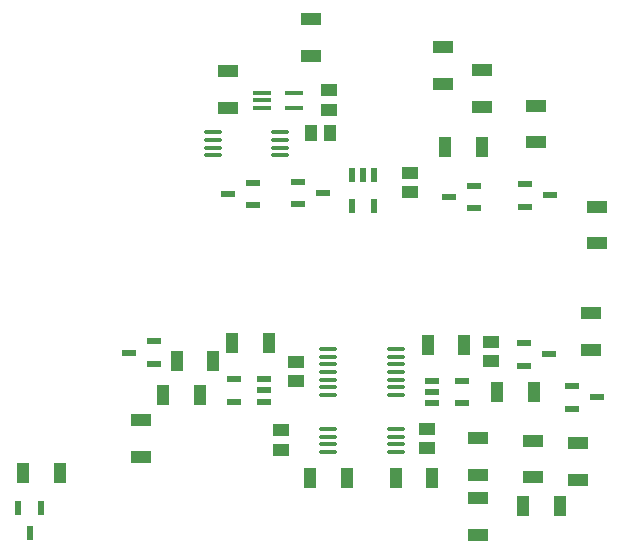
<source format=gbr>
%TF.GenerationSoftware,KiCad,Pcbnew,8.0.2*%
%TF.CreationDate,2024-09-03T17:09:07+02:00*%
%TF.ProjectId,AMS_IMD_Reset,414d535f-494d-4445-9f52-657365742e6b,rev?*%
%TF.SameCoordinates,Original*%
%TF.FileFunction,Paste,Top*%
%TF.FilePolarity,Positive*%
%FSLAX46Y46*%
G04 Gerber Fmt 4.6, Leading zero omitted, Abs format (unit mm)*
G04 Created by KiCad (PCBNEW 8.0.2) date 2024-09-03 17:09:07*
%MOMM*%
%LPD*%
G01*
G04 APERTURE LIST*
G04 Aperture macros list*
%AMRoundRect*
0 Rectangle with rounded corners*
0 $1 Rounding radius*
0 $2 $3 $4 $5 $6 $7 $8 $9 X,Y pos of 4 corners*
0 Add a 4 corners polygon primitive as box body*
4,1,4,$2,$3,$4,$5,$6,$7,$8,$9,$2,$3,0*
0 Add four circle primitives for the rounded corners*
1,1,$1+$1,$2,$3*
1,1,$1+$1,$4,$5*
1,1,$1+$1,$6,$7*
1,1,$1+$1,$8,$9*
0 Add four rect primitives between the rounded corners*
20,1,$1+$1,$2,$3,$4,$5,0*
20,1,$1+$1,$4,$5,$6,$7,0*
20,1,$1+$1,$6,$7,$8,$9,0*
20,1,$1+$1,$8,$9,$2,$3,0*%
G04 Aperture macros list end*
%ADD10R,1.800000X1.050000*%
%ADD11RoundRect,0.100000X-0.650000X-0.100000X0.650000X-0.100000X0.650000X0.100000X-0.650000X0.100000X0*%
%ADD12R,0.600000X1.300000*%
%ADD13RoundRect,0.100000X-0.637500X-0.100000X0.637500X-0.100000X0.637500X0.100000X-0.637500X0.100000X0*%
%ADD14R,1.050000X1.800000*%
%ADD15R,1.300000X0.600000*%
%ADD16R,1.470000X1.070000*%
%ADD17R,0.600000X1.150000*%
%ADD18R,1.150000X0.600000*%
%ADD19R,1.070000X1.470000*%
G04 APERTURE END LIST*
D10*
%TO.C,R18*%
X190017400Y-75057600D03*
X190017400Y-71957600D03*
%TD*%
%TO.C,R14*%
X201400000Y-108550000D03*
X201400000Y-105450000D03*
%TD*%
%TO.C,R9*%
X192963800Y-110108400D03*
X192963800Y-113208400D03*
%TD*%
D11*
%TO.C,U2*%
X174692000Y-75804000D03*
X174692000Y-76454000D03*
X174692000Y-77104000D03*
X177352000Y-77104000D03*
X177352000Y-75804000D03*
%TD*%
D12*
%TO.C,Q7*%
X155950000Y-110950000D03*
X154050000Y-110950000D03*
X155000000Y-113050000D03*
%TD*%
D13*
%TO.C,QU1*%
X180271500Y-97490400D03*
X180271500Y-98140400D03*
X180271500Y-98790400D03*
X180271500Y-99440400D03*
X180271500Y-100090400D03*
X180271500Y-100740400D03*
X180271500Y-101390400D03*
X185996500Y-101390400D03*
X185996500Y-100740400D03*
X185996500Y-100090400D03*
X185996500Y-99440400D03*
X185996500Y-98790400D03*
X185996500Y-98140400D03*
X185996500Y-97490400D03*
%TD*%
D14*
%TO.C,R7*%
X196800000Y-110800000D03*
X199900000Y-110800000D03*
%TD*%
D10*
%TO.C,R13*%
X164400000Y-103500000D03*
X164400000Y-106600000D03*
%TD*%
D15*
%TO.C,Q3*%
X196968400Y-83530400D03*
X196968400Y-85430400D03*
X199068400Y-84480400D03*
%TD*%
%TO.C,Q2*%
X177732000Y-83327200D03*
X177732000Y-85227200D03*
X179832000Y-84277200D03*
%TD*%
D14*
%TO.C,R2*%
X181839200Y-108432000D03*
X178739200Y-108432000D03*
%TD*%
D16*
%TO.C,C4*%
X194106800Y-96893800D03*
X194106800Y-98533800D03*
%TD*%
D14*
%TO.C,R6*%
X172135200Y-97002600D03*
X175235200Y-97002600D03*
%TD*%
D10*
%TO.C,R4*%
X171805600Y-73989600D03*
X171805600Y-77089600D03*
%TD*%
%TO.C,R15*%
X193294000Y-73862600D03*
X193294000Y-76962600D03*
%TD*%
D14*
%TO.C,R22*%
X170550000Y-98500000D03*
X167450000Y-98500000D03*
%TD*%
D16*
%TO.C,C8*%
X188671200Y-104259200D03*
X188671200Y-105899200D03*
%TD*%
%TO.C,C6*%
X176276000Y-104386800D03*
X176276000Y-106026800D03*
%TD*%
D10*
%TO.C,R21*%
X203000000Y-88550000D03*
X203000000Y-85450000D03*
%TD*%
D17*
%TO.C,G3*%
X184185600Y-82774000D03*
X183235600Y-82774000D03*
X182285600Y-82774000D03*
X182285600Y-85374000D03*
X184185600Y-85374000D03*
%TD*%
D15*
%TO.C,Q5*%
X165550000Y-98750000D03*
X165550000Y-96850000D03*
X163450000Y-97800000D03*
%TD*%
D10*
%TO.C,R10*%
X192963800Y-105053800D03*
X192963800Y-108153800D03*
%TD*%
D13*
%TO.C,DU2*%
X170517900Y-79136600D03*
X170517900Y-79786600D03*
X170517900Y-80436600D03*
X170517900Y-81086600D03*
X176242900Y-81086600D03*
X176242900Y-80436600D03*
X176242900Y-79786600D03*
X176242900Y-79136600D03*
%TD*%
D15*
%TO.C,Q6*%
X196883600Y-96992400D03*
X196883600Y-98892400D03*
X198983600Y-97942400D03*
%TD*%
%TO.C,Q1*%
X173922400Y-85328800D03*
X173922400Y-83428800D03*
X171822400Y-84378800D03*
%TD*%
D10*
%TO.C,R1*%
X178841400Y-72695400D03*
X178841400Y-69595400D03*
%TD*%
D16*
%TO.C,C7*%
X177546000Y-98595600D03*
X177546000Y-100235600D03*
%TD*%
D14*
%TO.C,R16*%
X193294600Y-80365600D03*
X190194600Y-80365600D03*
%TD*%
D18*
%TO.C,G2*%
X189047600Y-100192800D03*
X189047600Y-101142800D03*
X189047600Y-102092800D03*
X191647600Y-102092800D03*
X191647600Y-100192800D03*
%TD*%
D16*
%TO.C,C5*%
X187198000Y-82593600D03*
X187198000Y-84233600D03*
%TD*%
D10*
%TO.C,R17*%
X197916800Y-79985200D03*
X197916800Y-76885200D03*
%TD*%
%TO.C,R19*%
X202500000Y-94450000D03*
X202500000Y-97550000D03*
%TD*%
D14*
%TO.C,R12*%
X194588800Y-101142800D03*
X197688800Y-101142800D03*
%TD*%
%TO.C,R5*%
X188696000Y-97129600D03*
X191796000Y-97129600D03*
%TD*%
%TO.C,R3*%
X186003600Y-108432000D03*
X189103600Y-108432000D03*
%TD*%
D15*
%TO.C,Q8*%
X200950000Y-100650000D03*
X200950000Y-102550000D03*
X203050000Y-101600000D03*
%TD*%
D18*
%TO.C,G1*%
X174883600Y-101940400D03*
X174883600Y-100990400D03*
X174883600Y-100040400D03*
X172283600Y-100040400D03*
X172283600Y-101940400D03*
%TD*%
D10*
%TO.C,R8*%
X197600000Y-105250000D03*
X197600000Y-108350000D03*
%TD*%
D14*
%TO.C,R20*%
X157550000Y-108000000D03*
X154450000Y-108000000D03*
%TD*%
D16*
%TO.C,C2*%
X180390800Y-77223200D03*
X180390800Y-75583200D03*
%TD*%
D15*
%TO.C,Q4*%
X192616800Y-85582800D03*
X192616800Y-83682800D03*
X190516800Y-84632800D03*
%TD*%
D19*
%TO.C,C3*%
X180448800Y-79197200D03*
X178808800Y-79197200D03*
%TD*%
D14*
%TO.C,R11*%
X169393200Y-101371400D03*
X166293200Y-101371400D03*
%TD*%
D13*
%TO.C,DU1*%
X180271500Y-104256600D03*
X180271500Y-104906600D03*
X180271500Y-105556600D03*
X180271500Y-106206600D03*
X185996500Y-106206600D03*
X185996500Y-105556600D03*
X185996500Y-104906600D03*
X185996500Y-104256600D03*
%TD*%
M02*

</source>
